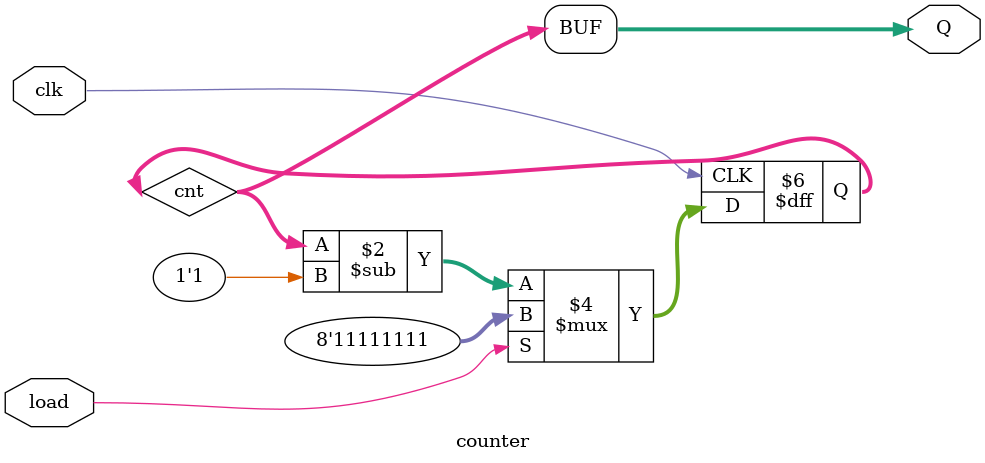
<source format=v>
`timescale 1ns / 1ps


module counter (clk, load, Q);
   parameter WIDTH = 8;
   input    clk;
   input    load;
   output   [WIDTH-1:0]   Q;
   reg      [WIDTH-1:0]   cnt;

   always @(posedge clk) begin
      if (load)
         cnt <= {WIDTH{1'b1}};
      else
         cnt <= cnt - 1'b1;
   end

   assign Q = cnt;

endmodule

</source>
